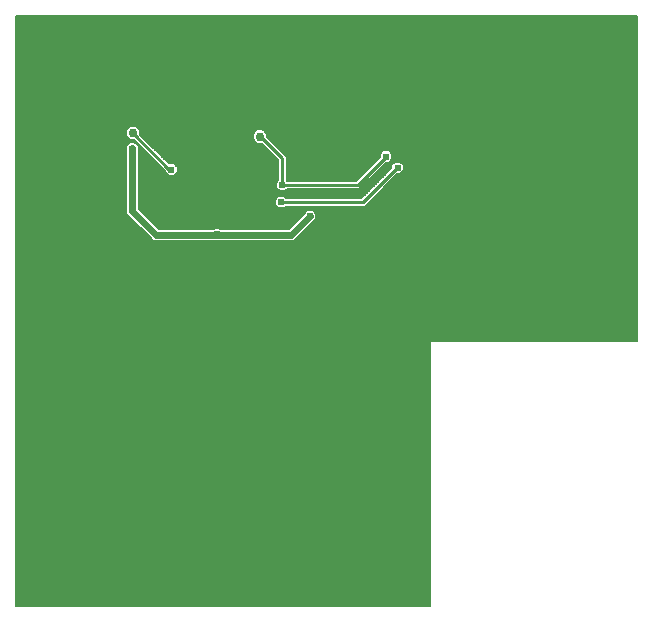
<source format=gbl>
G75*
%MOIN*%
%OFA0B0*%
%FSLAX25Y25*%
%IPPOS*%
%LPD*%
%AMOC8*
5,1,8,0,0,1.08239X$1,22.5*
%
%ADD10C,0.00600*%
%ADD11C,0.02978*%
%ADD12C,0.02387*%
%ADD13C,0.02400*%
%ADD14C,0.01000*%
%ADD15C,0.00800*%
D10*
X0001300Y0001300D02*
X0001300Y0198150D01*
X0207993Y0198150D01*
X0207993Y0089883D01*
X0139095Y0089883D01*
X0139095Y0001300D01*
X0001300Y0001300D01*
X0001300Y0001475D02*
X0139095Y0001475D01*
X0139095Y0002074D02*
X0001300Y0002074D01*
X0001300Y0002672D02*
X0139095Y0002672D01*
X0139095Y0003271D02*
X0001300Y0003271D01*
X0001300Y0003869D02*
X0139095Y0003869D01*
X0139095Y0004468D02*
X0001300Y0004468D01*
X0001300Y0005066D02*
X0139095Y0005066D01*
X0139095Y0005665D02*
X0001300Y0005665D01*
X0001300Y0006263D02*
X0139095Y0006263D01*
X0139095Y0006862D02*
X0001300Y0006862D01*
X0001300Y0007460D02*
X0139095Y0007460D01*
X0139095Y0008059D02*
X0001300Y0008059D01*
X0001300Y0008657D02*
X0139095Y0008657D01*
X0139095Y0009256D02*
X0001300Y0009256D01*
X0001300Y0009854D02*
X0139095Y0009854D01*
X0139095Y0010453D02*
X0001300Y0010453D01*
X0001300Y0011051D02*
X0139095Y0011051D01*
X0139095Y0011650D02*
X0001300Y0011650D01*
X0001300Y0012248D02*
X0139095Y0012248D01*
X0139095Y0012847D02*
X0001300Y0012847D01*
X0001300Y0013445D02*
X0139095Y0013445D01*
X0139095Y0014044D02*
X0001300Y0014044D01*
X0001300Y0014642D02*
X0139095Y0014642D01*
X0139095Y0015241D02*
X0001300Y0015241D01*
X0001300Y0015839D02*
X0139095Y0015839D01*
X0139095Y0016438D02*
X0001300Y0016438D01*
X0001300Y0017036D02*
X0139095Y0017036D01*
X0139095Y0017635D02*
X0001300Y0017635D01*
X0001300Y0018233D02*
X0139095Y0018233D01*
X0139095Y0018832D02*
X0001300Y0018832D01*
X0001300Y0019430D02*
X0139095Y0019430D01*
X0139095Y0020029D02*
X0001300Y0020029D01*
X0001300Y0020627D02*
X0139095Y0020627D01*
X0139095Y0021226D02*
X0001300Y0021226D01*
X0001300Y0021824D02*
X0139095Y0021824D01*
X0139095Y0022423D02*
X0001300Y0022423D01*
X0001300Y0023021D02*
X0139095Y0023021D01*
X0139095Y0023620D02*
X0001300Y0023620D01*
X0001300Y0024218D02*
X0139095Y0024218D01*
X0139095Y0024817D02*
X0001300Y0024817D01*
X0001300Y0025415D02*
X0139095Y0025415D01*
X0139095Y0026014D02*
X0001300Y0026014D01*
X0001300Y0026612D02*
X0139095Y0026612D01*
X0139095Y0027211D02*
X0001300Y0027211D01*
X0001300Y0027810D02*
X0139095Y0027810D01*
X0139095Y0028408D02*
X0001300Y0028408D01*
X0001300Y0029007D02*
X0139095Y0029007D01*
X0139095Y0029605D02*
X0001300Y0029605D01*
X0001300Y0030204D02*
X0139095Y0030204D01*
X0139095Y0030802D02*
X0001300Y0030802D01*
X0001300Y0031401D02*
X0139095Y0031401D01*
X0139095Y0031999D02*
X0001300Y0031999D01*
X0001300Y0032598D02*
X0139095Y0032598D01*
X0139095Y0033196D02*
X0001300Y0033196D01*
X0001300Y0033795D02*
X0139095Y0033795D01*
X0139095Y0034393D02*
X0001300Y0034393D01*
X0001300Y0034992D02*
X0139095Y0034992D01*
X0139095Y0035590D02*
X0001300Y0035590D01*
X0001300Y0036189D02*
X0139095Y0036189D01*
X0139095Y0036787D02*
X0001300Y0036787D01*
X0001300Y0037386D02*
X0139095Y0037386D01*
X0139095Y0037984D02*
X0001300Y0037984D01*
X0001300Y0038583D02*
X0139095Y0038583D01*
X0139095Y0039181D02*
X0001300Y0039181D01*
X0001300Y0039780D02*
X0139095Y0039780D01*
X0139095Y0040378D02*
X0001300Y0040378D01*
X0001300Y0040977D02*
X0139095Y0040977D01*
X0139095Y0041575D02*
X0001300Y0041575D01*
X0001300Y0042174D02*
X0139095Y0042174D01*
X0139095Y0042772D02*
X0001300Y0042772D01*
X0001300Y0043371D02*
X0139095Y0043371D01*
X0139095Y0043969D02*
X0001300Y0043969D01*
X0001300Y0044568D02*
X0139095Y0044568D01*
X0139095Y0045166D02*
X0001300Y0045166D01*
X0001300Y0045765D02*
X0139095Y0045765D01*
X0139095Y0046363D02*
X0001300Y0046363D01*
X0001300Y0046962D02*
X0139095Y0046962D01*
X0139095Y0047560D02*
X0001300Y0047560D01*
X0001300Y0048159D02*
X0139095Y0048159D01*
X0139095Y0048757D02*
X0001300Y0048757D01*
X0001300Y0049356D02*
X0139095Y0049356D01*
X0139095Y0049954D02*
X0001300Y0049954D01*
X0001300Y0050553D02*
X0139095Y0050553D01*
X0139095Y0051151D02*
X0001300Y0051151D01*
X0001300Y0051750D02*
X0139095Y0051750D01*
X0139095Y0052348D02*
X0001300Y0052348D01*
X0001300Y0052947D02*
X0139095Y0052947D01*
X0139095Y0053545D02*
X0001300Y0053545D01*
X0001300Y0054144D02*
X0139095Y0054144D01*
X0139095Y0054743D02*
X0001300Y0054743D01*
X0001300Y0055341D02*
X0139095Y0055341D01*
X0139095Y0055940D02*
X0001300Y0055940D01*
X0001300Y0056538D02*
X0139095Y0056538D01*
X0139095Y0057137D02*
X0001300Y0057137D01*
X0001300Y0057735D02*
X0139095Y0057735D01*
X0139095Y0058334D02*
X0001300Y0058334D01*
X0001300Y0058932D02*
X0139095Y0058932D01*
X0139095Y0059531D02*
X0001300Y0059531D01*
X0001300Y0060129D02*
X0139095Y0060129D01*
X0139095Y0060728D02*
X0001300Y0060728D01*
X0001300Y0061326D02*
X0139095Y0061326D01*
X0139095Y0061925D02*
X0001300Y0061925D01*
X0001300Y0062523D02*
X0139095Y0062523D01*
X0139095Y0063122D02*
X0001300Y0063122D01*
X0001300Y0063720D02*
X0139095Y0063720D01*
X0139095Y0064319D02*
X0001300Y0064319D01*
X0001300Y0064917D02*
X0139095Y0064917D01*
X0139095Y0065516D02*
X0001300Y0065516D01*
X0001300Y0066114D02*
X0139095Y0066114D01*
X0139095Y0066713D02*
X0001300Y0066713D01*
X0001300Y0067311D02*
X0139095Y0067311D01*
X0139095Y0067910D02*
X0001300Y0067910D01*
X0001300Y0068508D02*
X0139095Y0068508D01*
X0139095Y0069107D02*
X0001300Y0069107D01*
X0001300Y0069705D02*
X0139095Y0069705D01*
X0139095Y0070304D02*
X0001300Y0070304D01*
X0001300Y0070902D02*
X0139095Y0070902D01*
X0139095Y0071501D02*
X0001300Y0071501D01*
X0001300Y0072099D02*
X0139095Y0072099D01*
X0139095Y0072698D02*
X0001300Y0072698D01*
X0001300Y0073296D02*
X0139095Y0073296D01*
X0139095Y0073895D02*
X0001300Y0073895D01*
X0001300Y0074493D02*
X0139095Y0074493D01*
X0139095Y0075092D02*
X0001300Y0075092D01*
X0001300Y0075690D02*
X0139095Y0075690D01*
X0139095Y0076289D02*
X0001300Y0076289D01*
X0001300Y0076887D02*
X0139095Y0076887D01*
X0139095Y0077486D02*
X0001300Y0077486D01*
X0001300Y0078084D02*
X0139095Y0078084D01*
X0139095Y0078683D02*
X0001300Y0078683D01*
X0001300Y0079281D02*
X0139095Y0079281D01*
X0139095Y0079880D02*
X0001300Y0079880D01*
X0001300Y0080479D02*
X0139095Y0080479D01*
X0139095Y0081077D02*
X0001300Y0081077D01*
X0001300Y0081676D02*
X0139095Y0081676D01*
X0139095Y0082274D02*
X0001300Y0082274D01*
X0001300Y0082873D02*
X0139095Y0082873D01*
X0139095Y0083471D02*
X0001300Y0083471D01*
X0001300Y0084070D02*
X0139095Y0084070D01*
X0139095Y0084668D02*
X0001300Y0084668D01*
X0001300Y0085267D02*
X0139095Y0085267D01*
X0139095Y0085865D02*
X0001300Y0085865D01*
X0001300Y0086464D02*
X0139095Y0086464D01*
X0139095Y0087062D02*
X0001300Y0087062D01*
X0001300Y0087661D02*
X0139095Y0087661D01*
X0139095Y0088259D02*
X0001300Y0088259D01*
X0001300Y0088858D02*
X0139095Y0088858D01*
X0139095Y0089456D02*
X0001300Y0089456D01*
X0001300Y0090055D02*
X0207993Y0090055D01*
X0207993Y0090653D02*
X0001300Y0090653D01*
X0001300Y0091252D02*
X0207993Y0091252D01*
X0207993Y0091850D02*
X0001300Y0091850D01*
X0001300Y0092449D02*
X0207993Y0092449D01*
X0207993Y0093047D02*
X0001300Y0093047D01*
X0001300Y0093646D02*
X0207993Y0093646D01*
X0207993Y0094244D02*
X0001300Y0094244D01*
X0001300Y0094843D02*
X0207993Y0094843D01*
X0207993Y0095441D02*
X0001300Y0095441D01*
X0001300Y0096040D02*
X0207993Y0096040D01*
X0207993Y0096638D02*
X0001300Y0096638D01*
X0001300Y0097237D02*
X0207993Y0097237D01*
X0207993Y0097835D02*
X0001300Y0097835D01*
X0001300Y0098434D02*
X0207993Y0098434D01*
X0207993Y0099032D02*
X0001300Y0099032D01*
X0001300Y0099631D02*
X0207993Y0099631D01*
X0207993Y0100229D02*
X0001300Y0100229D01*
X0001300Y0100828D02*
X0207993Y0100828D01*
X0207993Y0101426D02*
X0001300Y0101426D01*
X0001300Y0102025D02*
X0207993Y0102025D01*
X0207993Y0102623D02*
X0001300Y0102623D01*
X0001300Y0103222D02*
X0207993Y0103222D01*
X0207993Y0103820D02*
X0001300Y0103820D01*
X0001300Y0104419D02*
X0207993Y0104419D01*
X0207993Y0105017D02*
X0001300Y0105017D01*
X0001300Y0105616D02*
X0207993Y0105616D01*
X0207993Y0106214D02*
X0001300Y0106214D01*
X0001300Y0106813D02*
X0207993Y0106813D01*
X0207993Y0107412D02*
X0001300Y0107412D01*
X0001300Y0108010D02*
X0207993Y0108010D01*
X0207993Y0108609D02*
X0001300Y0108609D01*
X0001300Y0109207D02*
X0207993Y0109207D01*
X0207993Y0109806D02*
X0001300Y0109806D01*
X0001300Y0110404D02*
X0207993Y0110404D01*
X0207993Y0111003D02*
X0001300Y0111003D01*
X0001300Y0111601D02*
X0207993Y0111601D01*
X0207993Y0112200D02*
X0001300Y0112200D01*
X0001300Y0112798D02*
X0207993Y0112798D01*
X0207993Y0113397D02*
X0001300Y0113397D01*
X0001300Y0113995D02*
X0207993Y0113995D01*
X0207993Y0114594D02*
X0001300Y0114594D01*
X0001300Y0115192D02*
X0207993Y0115192D01*
X0207993Y0115791D02*
X0001300Y0115791D01*
X0001300Y0116389D02*
X0207993Y0116389D01*
X0207993Y0116988D02*
X0001300Y0116988D01*
X0001300Y0117586D02*
X0207993Y0117586D01*
X0207993Y0118185D02*
X0001300Y0118185D01*
X0001300Y0118783D02*
X0207993Y0118783D01*
X0207993Y0119382D02*
X0001300Y0119382D01*
X0001300Y0119980D02*
X0207993Y0119980D01*
X0207993Y0120579D02*
X0001300Y0120579D01*
X0001300Y0121177D02*
X0207993Y0121177D01*
X0207993Y0121776D02*
X0001300Y0121776D01*
X0001300Y0122374D02*
X0207993Y0122374D01*
X0207993Y0122973D02*
X0001300Y0122973D01*
X0001300Y0123571D02*
X0046396Y0123571D01*
X0046946Y0123021D02*
X0093826Y0123021D01*
X0101289Y0130484D01*
X0101289Y0132224D01*
X0100059Y0133454D01*
X0098320Y0133454D01*
X0098266Y0133400D01*
X0098215Y0133400D01*
X0096989Y0132174D01*
X0096989Y0132123D01*
X0092086Y0127221D01*
X0069212Y0127221D01*
X0069061Y0127371D01*
X0067327Y0127371D01*
X0067176Y0127221D01*
X0048686Y0127221D01*
X0042023Y0133884D01*
X0042023Y0154801D01*
X0040793Y0156031D01*
X0039053Y0156031D01*
X0037823Y0154801D01*
X0037823Y0154640D01*
X0037787Y0154604D01*
X0037787Y0152870D01*
X0037823Y0152834D01*
X0037823Y0132144D01*
X0045716Y0124251D01*
X0046946Y0123021D01*
X0045797Y0124170D02*
X0001300Y0124170D01*
X0001300Y0124768D02*
X0045199Y0124768D01*
X0044600Y0125367D02*
X0001300Y0125367D01*
X0001300Y0125965D02*
X0044002Y0125965D01*
X0043403Y0126564D02*
X0001300Y0126564D01*
X0001300Y0127162D02*
X0042805Y0127162D01*
X0042206Y0127761D02*
X0001300Y0127761D01*
X0001300Y0128359D02*
X0041607Y0128359D01*
X0041009Y0128958D02*
X0001300Y0128958D01*
X0001300Y0129556D02*
X0040410Y0129556D01*
X0039812Y0130155D02*
X0001300Y0130155D01*
X0001300Y0130753D02*
X0039213Y0130753D01*
X0038615Y0131352D02*
X0001300Y0131352D01*
X0001300Y0131950D02*
X0038016Y0131950D01*
X0037823Y0132549D02*
X0001300Y0132549D01*
X0001300Y0133148D02*
X0037823Y0133148D01*
X0037823Y0133746D02*
X0001300Y0133746D01*
X0001300Y0134345D02*
X0037823Y0134345D01*
X0037823Y0134943D02*
X0001300Y0134943D01*
X0001300Y0135542D02*
X0037823Y0135542D01*
X0037823Y0136140D02*
X0001300Y0136140D01*
X0001300Y0136739D02*
X0037823Y0136739D01*
X0037823Y0137337D02*
X0001300Y0137337D01*
X0001300Y0137936D02*
X0037823Y0137936D01*
X0037823Y0138534D02*
X0001300Y0138534D01*
X0001300Y0139133D02*
X0037823Y0139133D01*
X0037823Y0139731D02*
X0001300Y0139731D01*
X0001300Y0140330D02*
X0037823Y0140330D01*
X0037823Y0140928D02*
X0001300Y0140928D01*
X0001300Y0141527D02*
X0037823Y0141527D01*
X0037823Y0142125D02*
X0001300Y0142125D01*
X0001300Y0142724D02*
X0037823Y0142724D01*
X0037823Y0143322D02*
X0001300Y0143322D01*
X0001300Y0143921D02*
X0037823Y0143921D01*
X0037823Y0144519D02*
X0001300Y0144519D01*
X0001300Y0145118D02*
X0037823Y0145118D01*
X0037823Y0145716D02*
X0001300Y0145716D01*
X0001300Y0146315D02*
X0037823Y0146315D01*
X0037823Y0146913D02*
X0001300Y0146913D01*
X0001300Y0147512D02*
X0037823Y0147512D01*
X0037823Y0148110D02*
X0001300Y0148110D01*
X0001300Y0148709D02*
X0037823Y0148709D01*
X0037823Y0149307D02*
X0001300Y0149307D01*
X0001300Y0149906D02*
X0037823Y0149906D01*
X0037823Y0150504D02*
X0001300Y0150504D01*
X0001300Y0151103D02*
X0037823Y0151103D01*
X0037823Y0151701D02*
X0001300Y0151701D01*
X0001300Y0152300D02*
X0037823Y0152300D01*
X0037787Y0152898D02*
X0001300Y0152898D01*
X0001300Y0153497D02*
X0037787Y0153497D01*
X0037787Y0154095D02*
X0001300Y0154095D01*
X0001300Y0154694D02*
X0037823Y0154694D01*
X0038314Y0155292D02*
X0001300Y0155292D01*
X0001300Y0155891D02*
X0038913Y0155891D01*
X0039127Y0156659D02*
X0040402Y0156659D01*
X0050827Y0146234D01*
X0050827Y0145953D01*
X0052053Y0144727D01*
X0053788Y0144727D01*
X0055014Y0145953D01*
X0055014Y0147688D01*
X0053788Y0148914D01*
X0052107Y0148914D01*
X0042506Y0158515D01*
X0042506Y0160037D01*
X0041106Y0161437D01*
X0039127Y0161437D01*
X0037728Y0160037D01*
X0037728Y0158058D01*
X0039127Y0156659D01*
X0038698Y0157088D02*
X0001300Y0157088D01*
X0001300Y0157686D02*
X0038099Y0157686D01*
X0037728Y0158285D02*
X0001300Y0158285D01*
X0001300Y0158883D02*
X0037728Y0158883D01*
X0037728Y0159482D02*
X0001300Y0159482D01*
X0001300Y0160081D02*
X0037771Y0160081D01*
X0038370Y0160679D02*
X0001300Y0160679D01*
X0001300Y0161278D02*
X0038968Y0161278D01*
X0041265Y0161278D02*
X0207993Y0161278D01*
X0207993Y0161876D02*
X0001300Y0161876D01*
X0001300Y0162475D02*
X0207993Y0162475D01*
X0207993Y0163073D02*
X0001300Y0163073D01*
X0001300Y0163672D02*
X0207993Y0163672D01*
X0207993Y0164270D02*
X0001300Y0164270D01*
X0001300Y0164869D02*
X0207993Y0164869D01*
X0207993Y0165467D02*
X0001300Y0165467D01*
X0001300Y0166066D02*
X0207993Y0166066D01*
X0207993Y0166664D02*
X0001300Y0166664D01*
X0001300Y0167263D02*
X0207993Y0167263D01*
X0207993Y0167861D02*
X0001300Y0167861D01*
X0001300Y0168460D02*
X0207993Y0168460D01*
X0207993Y0169058D02*
X0001300Y0169058D01*
X0001300Y0169657D02*
X0207993Y0169657D01*
X0207993Y0170255D02*
X0001300Y0170255D01*
X0001300Y0170854D02*
X0207993Y0170854D01*
X0207993Y0171452D02*
X0001300Y0171452D01*
X0001300Y0172051D02*
X0207993Y0172051D01*
X0207993Y0172649D02*
X0001300Y0172649D01*
X0001300Y0173248D02*
X0207993Y0173248D01*
X0207993Y0173846D02*
X0001300Y0173846D01*
X0001300Y0174445D02*
X0207993Y0174445D01*
X0207993Y0175043D02*
X0001300Y0175043D01*
X0001300Y0175642D02*
X0207993Y0175642D01*
X0207993Y0176240D02*
X0001300Y0176240D01*
X0001300Y0176839D02*
X0207993Y0176839D01*
X0207993Y0177437D02*
X0001300Y0177437D01*
X0001300Y0178036D02*
X0207993Y0178036D01*
X0207993Y0178634D02*
X0001300Y0178634D01*
X0001300Y0179233D02*
X0207993Y0179233D01*
X0207993Y0179831D02*
X0001300Y0179831D01*
X0001300Y0180430D02*
X0207993Y0180430D01*
X0207993Y0181028D02*
X0001300Y0181028D01*
X0001300Y0181627D02*
X0207993Y0181627D01*
X0207993Y0182225D02*
X0001300Y0182225D01*
X0001300Y0182824D02*
X0207993Y0182824D01*
X0207993Y0183422D02*
X0001300Y0183422D01*
X0001300Y0184021D02*
X0207993Y0184021D01*
X0207993Y0184619D02*
X0001300Y0184619D01*
X0001300Y0185218D02*
X0207993Y0185218D01*
X0207993Y0185816D02*
X0001300Y0185816D01*
X0001300Y0186415D02*
X0207993Y0186415D01*
X0207993Y0187014D02*
X0001300Y0187014D01*
X0001300Y0187612D02*
X0207993Y0187612D01*
X0207993Y0188211D02*
X0001300Y0188211D01*
X0001300Y0188809D02*
X0207993Y0188809D01*
X0207993Y0189408D02*
X0001300Y0189408D01*
X0001300Y0190006D02*
X0207993Y0190006D01*
X0207993Y0190605D02*
X0001300Y0190605D01*
X0001300Y0191203D02*
X0207993Y0191203D01*
X0207993Y0191802D02*
X0001300Y0191802D01*
X0001300Y0192400D02*
X0207993Y0192400D01*
X0207993Y0192999D02*
X0001300Y0192999D01*
X0001300Y0193597D02*
X0207993Y0193597D01*
X0207993Y0194196D02*
X0001300Y0194196D01*
X0001300Y0194794D02*
X0207993Y0194794D01*
X0207993Y0195393D02*
X0001300Y0195393D01*
X0001300Y0195991D02*
X0207993Y0195991D01*
X0207993Y0196590D02*
X0001300Y0196590D01*
X0001300Y0197188D02*
X0207993Y0197188D01*
X0207993Y0197787D02*
X0001300Y0197787D01*
X0010192Y0184795D02*
X0010596Y0184795D01*
X0010591Y0184776D02*
X0182624Y0184834D01*
X0182619Y0184836D02*
X0197522Y0184979D01*
X0197523Y0184978D02*
X0197658Y0184976D01*
X0197792Y0184970D01*
X0197927Y0184960D01*
X0198061Y0184947D01*
X0198194Y0184929D01*
X0198328Y0184908D01*
X0198460Y0184882D01*
X0198591Y0184853D01*
X0198722Y0184820D01*
X0198852Y0184783D01*
X0198980Y0184743D01*
X0199108Y0184699D01*
X0199234Y0184651D01*
X0199358Y0184599D01*
X0199481Y0184544D01*
X0199602Y0184485D01*
X0199722Y0184423D01*
X0199840Y0184357D01*
X0199955Y0184288D01*
X0200069Y0184216D01*
X0200180Y0184140D01*
X0200290Y0184061D01*
X0200397Y0183979D01*
X0200501Y0183894D01*
X0200603Y0183806D01*
X0200702Y0183715D01*
X0200799Y0183621D01*
X0200893Y0183524D01*
X0200984Y0183425D01*
X0201072Y0183323D01*
X0201157Y0183219D01*
X0201239Y0183112D01*
X0201318Y0183002D01*
X0201394Y0182891D01*
X0201466Y0182777D01*
X0201535Y0182662D01*
X0201601Y0182544D01*
X0201663Y0182424D01*
X0201722Y0182303D01*
X0201777Y0182180D01*
X0201829Y0182056D01*
X0201877Y0181930D01*
X0201921Y0181802D01*
X0201961Y0181674D01*
X0201998Y0181544D01*
X0202031Y0181413D01*
X0202060Y0181282D01*
X0202086Y0181150D01*
X0202107Y0181016D01*
X0202125Y0180883D01*
X0202138Y0180749D01*
X0202148Y0180614D01*
X0202154Y0180480D01*
X0202156Y0180345D01*
X0202112Y0180400D02*
X0202151Y0105538D01*
X0202155Y0105655D02*
X0202153Y0105520D01*
X0202147Y0105386D01*
X0202137Y0105251D01*
X0202124Y0105117D01*
X0202106Y0104984D01*
X0202085Y0104850D01*
X0202059Y0104718D01*
X0202030Y0104587D01*
X0201997Y0104456D01*
X0201960Y0104326D01*
X0201920Y0104198D01*
X0201876Y0104070D01*
X0201828Y0103944D01*
X0201776Y0103820D01*
X0201721Y0103697D01*
X0201662Y0103576D01*
X0201600Y0103456D01*
X0201534Y0103338D01*
X0201465Y0103223D01*
X0201393Y0103109D01*
X0201317Y0102998D01*
X0201238Y0102888D01*
X0201156Y0102781D01*
X0201071Y0102677D01*
X0200983Y0102575D01*
X0200892Y0102476D01*
X0200798Y0102379D01*
X0200701Y0102285D01*
X0200602Y0102194D01*
X0200500Y0102106D01*
X0200396Y0102021D01*
X0200289Y0101939D01*
X0200179Y0101860D01*
X0200068Y0101784D01*
X0199954Y0101712D01*
X0199838Y0101643D01*
X0199721Y0101577D01*
X0199601Y0101515D01*
X0199480Y0101456D01*
X0199357Y0101401D01*
X0199233Y0101349D01*
X0199107Y0101301D01*
X0198979Y0101257D01*
X0198851Y0101217D01*
X0198721Y0101180D01*
X0198590Y0101147D01*
X0198459Y0101118D01*
X0198327Y0101092D01*
X0198193Y0101071D01*
X0198060Y0101053D01*
X0197926Y0101040D01*
X0197791Y0101030D01*
X0197657Y0101024D01*
X0197522Y0101022D01*
X0197588Y0101037D02*
X0137537Y0100924D01*
X0137565Y0100919D02*
X0137430Y0100917D01*
X0137296Y0100911D01*
X0137161Y0100901D01*
X0137027Y0100888D01*
X0136894Y0100870D01*
X0136760Y0100849D01*
X0136628Y0100823D01*
X0136497Y0100794D01*
X0136366Y0100761D01*
X0136236Y0100724D01*
X0136108Y0100684D01*
X0135980Y0100640D01*
X0135854Y0100592D01*
X0135730Y0100540D01*
X0135607Y0100485D01*
X0135486Y0100426D01*
X0135366Y0100364D01*
X0135249Y0100298D01*
X0135133Y0100229D01*
X0135019Y0100157D01*
X0134908Y0100081D01*
X0134798Y0100002D01*
X0134691Y0099920D01*
X0134587Y0099835D01*
X0134485Y0099747D01*
X0134386Y0099656D01*
X0134289Y0099562D01*
X0134195Y0099465D01*
X0134104Y0099366D01*
X0134016Y0099264D01*
X0133931Y0099160D01*
X0133849Y0099053D01*
X0133770Y0098943D01*
X0133694Y0098832D01*
X0133622Y0098718D01*
X0133553Y0098603D01*
X0133487Y0098485D01*
X0133425Y0098365D01*
X0133366Y0098244D01*
X0133311Y0098121D01*
X0133259Y0097997D01*
X0133211Y0097871D01*
X0133167Y0097743D01*
X0133127Y0097615D01*
X0133090Y0097485D01*
X0133057Y0097354D01*
X0133028Y0097223D01*
X0133002Y0097091D01*
X0132981Y0096957D01*
X0132963Y0096824D01*
X0132950Y0096690D01*
X0132940Y0096555D01*
X0132934Y0096421D01*
X0132932Y0096286D01*
X0132929Y0096228D02*
X0132929Y0012656D01*
X0132932Y0012753D02*
X0132930Y0012618D01*
X0132924Y0012484D01*
X0132914Y0012349D01*
X0132901Y0012215D01*
X0132883Y0012082D01*
X0132862Y0011948D01*
X0132836Y0011816D01*
X0132807Y0011685D01*
X0132774Y0011554D01*
X0132737Y0011424D01*
X0132697Y0011296D01*
X0132653Y0011168D01*
X0132605Y0011042D01*
X0132553Y0010918D01*
X0132498Y0010795D01*
X0132439Y0010674D01*
X0132377Y0010554D01*
X0132311Y0010436D01*
X0132242Y0010321D01*
X0132170Y0010207D01*
X0132094Y0010096D01*
X0132015Y0009986D01*
X0131933Y0009879D01*
X0131848Y0009775D01*
X0131760Y0009673D01*
X0131669Y0009574D01*
X0131575Y0009477D01*
X0131478Y0009383D01*
X0131379Y0009292D01*
X0131277Y0009204D01*
X0131173Y0009119D01*
X0131066Y0009037D01*
X0130956Y0008958D01*
X0130845Y0008882D01*
X0130731Y0008810D01*
X0130615Y0008741D01*
X0130498Y0008675D01*
X0130378Y0008613D01*
X0130257Y0008554D01*
X0130134Y0008499D01*
X0130010Y0008447D01*
X0129884Y0008399D01*
X0129756Y0008355D01*
X0129628Y0008315D01*
X0129498Y0008278D01*
X0129367Y0008245D01*
X0129236Y0008216D01*
X0129104Y0008190D01*
X0128970Y0008169D01*
X0128837Y0008151D01*
X0128703Y0008138D01*
X0128568Y0008128D01*
X0128434Y0008122D01*
X0128299Y0008120D01*
X0128330Y0008113D02*
X0010011Y0007670D01*
X0010093Y0007684D02*
X0009958Y0007686D01*
X0009824Y0007692D01*
X0009689Y0007702D01*
X0009555Y0007715D01*
X0009422Y0007733D01*
X0009288Y0007754D01*
X0009156Y0007780D01*
X0009025Y0007809D01*
X0008894Y0007842D01*
X0008764Y0007879D01*
X0008636Y0007919D01*
X0008508Y0007963D01*
X0008382Y0008011D01*
X0008258Y0008063D01*
X0008135Y0008118D01*
X0008014Y0008177D01*
X0007894Y0008239D01*
X0007777Y0008305D01*
X0007661Y0008374D01*
X0007547Y0008446D01*
X0007436Y0008522D01*
X0007326Y0008601D01*
X0007219Y0008683D01*
X0007115Y0008768D01*
X0007013Y0008856D01*
X0006914Y0008947D01*
X0006817Y0009041D01*
X0006723Y0009138D01*
X0006632Y0009237D01*
X0006544Y0009339D01*
X0006459Y0009443D01*
X0006377Y0009550D01*
X0006298Y0009660D01*
X0006222Y0009771D01*
X0006150Y0009885D01*
X0006081Y0010000D01*
X0006015Y0010118D01*
X0005953Y0010238D01*
X0005894Y0010359D01*
X0005839Y0010482D01*
X0005787Y0010606D01*
X0005739Y0010732D01*
X0005695Y0010860D01*
X0005655Y0010988D01*
X0005618Y0011118D01*
X0005585Y0011249D01*
X0005556Y0011380D01*
X0005530Y0011512D01*
X0005509Y0011646D01*
X0005491Y0011779D01*
X0005478Y0011913D01*
X0005468Y0012048D01*
X0005462Y0012182D01*
X0005460Y0012317D01*
X0005459Y0012177D02*
X0005580Y0180197D01*
X0005559Y0180162D02*
X0005561Y0180297D01*
X0005567Y0180431D01*
X0005577Y0180566D01*
X0005590Y0180700D01*
X0005608Y0180833D01*
X0005629Y0180967D01*
X0005655Y0181099D01*
X0005684Y0181230D01*
X0005717Y0181361D01*
X0005754Y0181491D01*
X0005794Y0181619D01*
X0005838Y0181747D01*
X0005886Y0181873D01*
X0005938Y0181997D01*
X0005993Y0182120D01*
X0006052Y0182241D01*
X0006114Y0182361D01*
X0006180Y0182479D01*
X0006249Y0182594D01*
X0006321Y0182708D01*
X0006397Y0182819D01*
X0006476Y0182929D01*
X0006558Y0183036D01*
X0006643Y0183140D01*
X0006731Y0183242D01*
X0006822Y0183341D01*
X0006916Y0183438D01*
X0007013Y0183532D01*
X0007112Y0183623D01*
X0007214Y0183711D01*
X0007318Y0183796D01*
X0007425Y0183878D01*
X0007535Y0183957D01*
X0007646Y0184033D01*
X0007760Y0184105D01*
X0007876Y0184174D01*
X0007993Y0184240D01*
X0008113Y0184302D01*
X0008234Y0184361D01*
X0008357Y0184416D01*
X0008481Y0184468D01*
X0008607Y0184516D01*
X0008735Y0184560D01*
X0008863Y0184600D01*
X0008993Y0184637D01*
X0009124Y0184670D01*
X0009255Y0184699D01*
X0009387Y0184725D01*
X0009521Y0184746D01*
X0009654Y0184764D01*
X0009788Y0184777D01*
X0009923Y0184787D01*
X0010057Y0184793D01*
X0010192Y0184795D01*
X0041864Y0160679D02*
X0207993Y0160679D01*
X0207993Y0160081D02*
X0083611Y0160081D01*
X0083409Y0160282D02*
X0081430Y0160282D01*
X0080031Y0158883D01*
X0080031Y0156904D01*
X0081430Y0155504D01*
X0083076Y0155504D01*
X0088573Y0150007D01*
X0088573Y0143275D01*
X0087878Y0142580D01*
X0087878Y0140846D01*
X0089105Y0139619D01*
X0090839Y0139619D01*
X0091505Y0140286D01*
X0115619Y0140286D01*
X0124455Y0149121D01*
X0125339Y0149121D01*
X0126566Y0150348D01*
X0126566Y0152082D01*
X0125339Y0153309D01*
X0123605Y0153309D01*
X0122378Y0152082D01*
X0122378Y0151005D01*
X0114460Y0143086D01*
X0091560Y0143086D01*
X0091373Y0143273D01*
X0091373Y0151167D01*
X0090553Y0151987D01*
X0084809Y0157731D01*
X0084809Y0158883D01*
X0083409Y0160282D01*
X0084209Y0159482D02*
X0207993Y0159482D01*
X0207993Y0158883D02*
X0084808Y0158883D01*
X0084809Y0158285D02*
X0207993Y0158285D01*
X0207993Y0157686D02*
X0084853Y0157686D01*
X0085452Y0157088D02*
X0207993Y0157088D01*
X0207993Y0156489D02*
X0086050Y0156489D01*
X0086649Y0155891D02*
X0207993Y0155891D01*
X0207993Y0155292D02*
X0087247Y0155292D01*
X0087846Y0154694D02*
X0207993Y0154694D01*
X0207993Y0154095D02*
X0088444Y0154095D01*
X0089043Y0153497D02*
X0207993Y0153497D01*
X0207993Y0152898D02*
X0125750Y0152898D01*
X0126348Y0152300D02*
X0207993Y0152300D01*
X0207993Y0151701D02*
X0126566Y0151701D01*
X0126566Y0151103D02*
X0207993Y0151103D01*
X0207993Y0150504D02*
X0126566Y0150504D01*
X0126124Y0149906D02*
X0207993Y0149906D01*
X0207993Y0149307D02*
X0129434Y0149307D01*
X0129184Y0149558D02*
X0130410Y0148331D01*
X0130410Y0146597D01*
X0129184Y0145371D01*
X0128258Y0145371D01*
X0117426Y0134538D01*
X0091013Y0134538D01*
X0090382Y0133908D01*
X0088648Y0133908D01*
X0087421Y0135134D01*
X0087421Y0136869D01*
X0088648Y0138095D01*
X0090382Y0138095D01*
X0091139Y0137338D01*
X0116266Y0137338D01*
X0126223Y0147295D01*
X0126223Y0148331D01*
X0127449Y0149558D01*
X0129184Y0149558D01*
X0130033Y0148709D02*
X0207993Y0148709D01*
X0207993Y0148110D02*
X0130410Y0148110D01*
X0130410Y0147512D02*
X0207993Y0147512D01*
X0207993Y0146913D02*
X0130410Y0146913D01*
X0130128Y0146315D02*
X0207993Y0146315D01*
X0207993Y0145716D02*
X0129529Y0145716D01*
X0128006Y0145118D02*
X0207993Y0145118D01*
X0207993Y0144519D02*
X0127407Y0144519D01*
X0126809Y0143921D02*
X0207993Y0143921D01*
X0207993Y0143322D02*
X0126210Y0143322D01*
X0125612Y0142724D02*
X0207993Y0142724D01*
X0207993Y0142125D02*
X0125013Y0142125D01*
X0124415Y0141527D02*
X0207993Y0141527D01*
X0207993Y0140928D02*
X0123816Y0140928D01*
X0123218Y0140330D02*
X0207993Y0140330D01*
X0207993Y0139731D02*
X0122619Y0139731D01*
X0122021Y0139133D02*
X0207993Y0139133D01*
X0207993Y0138534D02*
X0121422Y0138534D01*
X0120824Y0137936D02*
X0207993Y0137936D01*
X0207993Y0137337D02*
X0120225Y0137337D01*
X0119626Y0136739D02*
X0207993Y0136739D01*
X0207993Y0136140D02*
X0119028Y0136140D01*
X0118429Y0135542D02*
X0207993Y0135542D01*
X0207993Y0134943D02*
X0117831Y0134943D01*
X0116864Y0137936D02*
X0090542Y0137936D01*
X0090951Y0139731D02*
X0118659Y0139731D01*
X0118061Y0139133D02*
X0042023Y0139133D01*
X0042023Y0139731D02*
X0088993Y0139731D01*
X0088394Y0140330D02*
X0042023Y0140330D01*
X0042023Y0140928D02*
X0087878Y0140928D01*
X0087878Y0141527D02*
X0042023Y0141527D01*
X0042023Y0142125D02*
X0087878Y0142125D01*
X0088022Y0142724D02*
X0042023Y0142724D01*
X0042023Y0143322D02*
X0088573Y0143322D01*
X0088573Y0143921D02*
X0042023Y0143921D01*
X0042023Y0144519D02*
X0088573Y0144519D01*
X0088573Y0145118D02*
X0054179Y0145118D01*
X0054777Y0145716D02*
X0088573Y0145716D01*
X0088573Y0146315D02*
X0055014Y0146315D01*
X0055014Y0146913D02*
X0088573Y0146913D01*
X0088573Y0147512D02*
X0055014Y0147512D01*
X0054591Y0148110D02*
X0088573Y0148110D01*
X0088573Y0148709D02*
X0053993Y0148709D01*
X0051714Y0149307D02*
X0088573Y0149307D01*
X0088573Y0149906D02*
X0051115Y0149906D01*
X0050517Y0150504D02*
X0088076Y0150504D01*
X0087477Y0151103D02*
X0049918Y0151103D01*
X0049320Y0151701D02*
X0086879Y0151701D01*
X0086280Y0152300D02*
X0048721Y0152300D01*
X0048122Y0152898D02*
X0085682Y0152898D01*
X0085083Y0153497D02*
X0047524Y0153497D01*
X0046925Y0154095D02*
X0084485Y0154095D01*
X0083886Y0154694D02*
X0046327Y0154694D01*
X0045728Y0155292D02*
X0083288Y0155292D01*
X0081043Y0155891D02*
X0045130Y0155891D01*
X0044531Y0156489D02*
X0080445Y0156489D01*
X0080031Y0157088D02*
X0043933Y0157088D01*
X0043334Y0157686D02*
X0080031Y0157686D01*
X0080031Y0158285D02*
X0042736Y0158285D01*
X0042506Y0158883D02*
X0080031Y0158883D01*
X0080630Y0159482D02*
X0042506Y0159482D01*
X0042462Y0160081D02*
X0081229Y0160081D01*
X0089641Y0152898D02*
X0123195Y0152898D01*
X0122596Y0152300D02*
X0090240Y0152300D01*
X0090839Y0151701D02*
X0122378Y0151701D01*
X0122378Y0151103D02*
X0091373Y0151103D01*
X0091373Y0150504D02*
X0121878Y0150504D01*
X0121280Y0149906D02*
X0091373Y0149906D01*
X0091373Y0149307D02*
X0120681Y0149307D01*
X0120083Y0148709D02*
X0091373Y0148709D01*
X0091373Y0148110D02*
X0119484Y0148110D01*
X0118886Y0147512D02*
X0091373Y0147512D01*
X0091373Y0146913D02*
X0118287Y0146913D01*
X0117689Y0146315D02*
X0091373Y0146315D01*
X0091373Y0145716D02*
X0117090Y0145716D01*
X0116492Y0145118D02*
X0091373Y0145118D01*
X0091373Y0144519D02*
X0115893Y0144519D01*
X0115295Y0143921D02*
X0091373Y0143921D01*
X0091373Y0143322D02*
X0114696Y0143322D01*
X0116860Y0141527D02*
X0120455Y0141527D01*
X0121053Y0142125D02*
X0117459Y0142125D01*
X0118057Y0142724D02*
X0121652Y0142724D01*
X0122250Y0143322D02*
X0118656Y0143322D01*
X0119254Y0143921D02*
X0122849Y0143921D01*
X0123447Y0144519D02*
X0119853Y0144519D01*
X0120451Y0145118D02*
X0124046Y0145118D01*
X0124644Y0145716D02*
X0121050Y0145716D01*
X0121649Y0146315D02*
X0125243Y0146315D01*
X0125841Y0146913D02*
X0122247Y0146913D01*
X0122846Y0147512D02*
X0126223Y0147512D01*
X0126223Y0148110D02*
X0123444Y0148110D01*
X0124043Y0148709D02*
X0126600Y0148709D01*
X0127199Y0149307D02*
X0125526Y0149307D01*
X0119856Y0140928D02*
X0116262Y0140928D01*
X0115663Y0140330D02*
X0119258Y0140330D01*
X0117462Y0138534D02*
X0042023Y0138534D01*
X0042023Y0137936D02*
X0088488Y0137936D01*
X0087890Y0137337D02*
X0042023Y0137337D01*
X0042023Y0136739D02*
X0087421Y0136739D01*
X0087421Y0136140D02*
X0042023Y0136140D01*
X0042023Y0135542D02*
X0087421Y0135542D01*
X0087613Y0134943D02*
X0042023Y0134943D01*
X0042023Y0134345D02*
X0088211Y0134345D01*
X0090819Y0134345D02*
X0207993Y0134345D01*
X0207993Y0133746D02*
X0042161Y0133746D01*
X0042759Y0133148D02*
X0097962Y0133148D01*
X0097364Y0132549D02*
X0043358Y0132549D01*
X0043956Y0131950D02*
X0096816Y0131950D01*
X0096218Y0131352D02*
X0044555Y0131352D01*
X0045153Y0130753D02*
X0095619Y0130753D01*
X0095021Y0130155D02*
X0045752Y0130155D01*
X0046350Y0129556D02*
X0094422Y0129556D01*
X0093824Y0128958D02*
X0046949Y0128958D01*
X0047547Y0128359D02*
X0093225Y0128359D01*
X0092627Y0127761D02*
X0048146Y0127761D01*
X0051662Y0145118D02*
X0042023Y0145118D01*
X0042023Y0145716D02*
X0051064Y0145716D01*
X0050746Y0146315D02*
X0042023Y0146315D01*
X0042023Y0146913D02*
X0050148Y0146913D01*
X0049549Y0147512D02*
X0042023Y0147512D01*
X0042023Y0148110D02*
X0048951Y0148110D01*
X0048352Y0148709D02*
X0042023Y0148709D01*
X0042023Y0149307D02*
X0047754Y0149307D01*
X0047155Y0149906D02*
X0042023Y0149906D01*
X0042023Y0150504D02*
X0046557Y0150504D01*
X0045958Y0151103D02*
X0042023Y0151103D01*
X0042023Y0151701D02*
X0045360Y0151701D01*
X0044761Y0152300D02*
X0042023Y0152300D01*
X0042023Y0152898D02*
X0044163Y0152898D01*
X0043564Y0153497D02*
X0042023Y0153497D01*
X0042023Y0154095D02*
X0042966Y0154095D01*
X0042367Y0154694D02*
X0042023Y0154694D01*
X0041769Y0155292D02*
X0041532Y0155292D01*
X0041170Y0155891D02*
X0040933Y0155891D01*
X0040572Y0156489D02*
X0001300Y0156489D01*
X0094377Y0123571D02*
X0207993Y0123571D01*
X0207993Y0124170D02*
X0094975Y0124170D01*
X0095574Y0124768D02*
X0207993Y0124768D01*
X0207993Y0125367D02*
X0096172Y0125367D01*
X0096771Y0125965D02*
X0207993Y0125965D01*
X0207993Y0126564D02*
X0097369Y0126564D01*
X0097968Y0127162D02*
X0207993Y0127162D01*
X0207993Y0127761D02*
X0098566Y0127761D01*
X0099165Y0128359D02*
X0207993Y0128359D01*
X0207993Y0128958D02*
X0099763Y0128958D01*
X0100362Y0129556D02*
X0207993Y0129556D01*
X0207993Y0130155D02*
X0100960Y0130155D01*
X0101289Y0130753D02*
X0207993Y0130753D01*
X0207993Y0131352D02*
X0101289Y0131352D01*
X0101289Y0131950D02*
X0207993Y0131950D01*
X0207993Y0132549D02*
X0100964Y0132549D01*
X0100366Y0133148D02*
X0207993Y0133148D01*
X0019834Y0071365D02*
X0019849Y0072587D01*
X0019894Y0073808D01*
X0019969Y0075027D01*
X0020074Y0076245D01*
X0020208Y0077459D01*
X0020373Y0078670D01*
X0020567Y0079876D01*
X0020791Y0081077D01*
X0021044Y0082273D01*
X0021326Y0083462D01*
X0021637Y0084643D01*
X0021978Y0085817D01*
X0022347Y0086981D01*
X0022744Y0088137D01*
X0023170Y0089282D01*
X0023624Y0090417D01*
X0024105Y0091540D01*
X0024614Y0092650D01*
X0025150Y0093748D01*
X0025712Y0094833D01*
X0026302Y0095903D01*
X0026917Y0096959D01*
X0027558Y0097999D01*
X0028224Y0099024D01*
X0028915Y0100031D01*
X0029631Y0101021D01*
X0030371Y0101994D01*
X0031134Y0102948D01*
X0031921Y0103883D01*
X0032730Y0104798D01*
X0033562Y0105693D01*
X0034415Y0106568D01*
X0035290Y0107421D01*
X0036185Y0108253D01*
X0037100Y0109062D01*
X0038035Y0109849D01*
X0038989Y0110612D01*
X0039962Y0111352D01*
X0040952Y0112068D01*
X0041959Y0112759D01*
X0042984Y0113425D01*
X0044024Y0114066D01*
X0045080Y0114681D01*
X0046150Y0115271D01*
X0047235Y0115833D01*
X0048333Y0116369D01*
X0049443Y0116878D01*
X0050566Y0117359D01*
X0051701Y0117813D01*
X0052846Y0118239D01*
X0054002Y0118636D01*
X0055166Y0119005D01*
X0056340Y0119346D01*
X0057521Y0119657D01*
X0058710Y0119939D01*
X0059906Y0120192D01*
X0061107Y0120416D01*
X0062313Y0120610D01*
X0063524Y0120775D01*
X0064738Y0120909D01*
X0065956Y0121014D01*
X0067175Y0121089D01*
X0068396Y0121134D01*
X0069618Y0121149D01*
X0070840Y0121134D01*
X0072061Y0121089D01*
X0073280Y0121014D01*
X0074498Y0120909D01*
X0075712Y0120775D01*
X0076923Y0120610D01*
X0078129Y0120416D01*
X0079330Y0120192D01*
X0080526Y0119939D01*
X0081715Y0119657D01*
X0082896Y0119346D01*
X0084070Y0119005D01*
X0085234Y0118636D01*
X0086390Y0118239D01*
X0087535Y0117813D01*
X0088670Y0117359D01*
X0089793Y0116878D01*
X0090903Y0116369D01*
X0092001Y0115833D01*
X0093086Y0115271D01*
X0094156Y0114681D01*
X0095212Y0114066D01*
X0096252Y0113425D01*
X0097277Y0112759D01*
X0098284Y0112068D01*
X0099274Y0111352D01*
X0100247Y0110612D01*
X0101201Y0109849D01*
X0102136Y0109062D01*
X0103051Y0108253D01*
X0103946Y0107421D01*
X0104821Y0106568D01*
X0105674Y0105693D01*
X0106506Y0104798D01*
X0107315Y0103883D01*
X0108102Y0102948D01*
X0108865Y0101994D01*
X0109605Y0101021D01*
X0110321Y0100031D01*
X0111012Y0099024D01*
X0111678Y0097999D01*
X0112319Y0096959D01*
X0112934Y0095903D01*
X0113524Y0094833D01*
X0114086Y0093748D01*
X0114622Y0092650D01*
X0115131Y0091540D01*
X0115612Y0090417D01*
X0116066Y0089282D01*
X0116492Y0088137D01*
X0116889Y0086981D01*
X0117258Y0085817D01*
X0117599Y0084643D01*
X0117910Y0083462D01*
X0118192Y0082273D01*
X0118445Y0081077D01*
X0118669Y0079876D01*
X0118863Y0078670D01*
X0119028Y0077459D01*
X0119162Y0076245D01*
X0119267Y0075027D01*
X0119342Y0073808D01*
X0119387Y0072587D01*
X0119402Y0071365D01*
X0119387Y0070143D01*
X0119342Y0068922D01*
X0119267Y0067703D01*
X0119162Y0066485D01*
X0119028Y0065271D01*
X0118863Y0064060D01*
X0118669Y0062854D01*
X0118445Y0061653D01*
X0118192Y0060457D01*
X0117910Y0059268D01*
X0117599Y0058087D01*
X0117258Y0056913D01*
X0116889Y0055749D01*
X0116492Y0054593D01*
X0116066Y0053448D01*
X0115612Y0052313D01*
X0115131Y0051190D01*
X0114622Y0050080D01*
X0114086Y0048982D01*
X0113524Y0047897D01*
X0112934Y0046827D01*
X0112319Y0045771D01*
X0111678Y0044731D01*
X0111012Y0043706D01*
X0110321Y0042699D01*
X0109605Y0041709D01*
X0108865Y0040736D01*
X0108102Y0039782D01*
X0107315Y0038847D01*
X0106506Y0037932D01*
X0105674Y0037037D01*
X0104821Y0036162D01*
X0103946Y0035309D01*
X0103051Y0034477D01*
X0102136Y0033668D01*
X0101201Y0032881D01*
X0100247Y0032118D01*
X0099274Y0031378D01*
X0098284Y0030662D01*
X0097277Y0029971D01*
X0096252Y0029305D01*
X0095212Y0028664D01*
X0094156Y0028049D01*
X0093086Y0027459D01*
X0092001Y0026897D01*
X0090903Y0026361D01*
X0089793Y0025852D01*
X0088670Y0025371D01*
X0087535Y0024917D01*
X0086390Y0024491D01*
X0085234Y0024094D01*
X0084070Y0023725D01*
X0082896Y0023384D01*
X0081715Y0023073D01*
X0080526Y0022791D01*
X0079330Y0022538D01*
X0078129Y0022314D01*
X0076923Y0022120D01*
X0075712Y0021955D01*
X0074498Y0021821D01*
X0073280Y0021716D01*
X0072061Y0021641D01*
X0070840Y0021596D01*
X0069618Y0021581D01*
X0068396Y0021596D01*
X0067175Y0021641D01*
X0065956Y0021716D01*
X0064738Y0021821D01*
X0063524Y0021955D01*
X0062313Y0022120D01*
X0061107Y0022314D01*
X0059906Y0022538D01*
X0058710Y0022791D01*
X0057521Y0023073D01*
X0056340Y0023384D01*
X0055166Y0023725D01*
X0054002Y0024094D01*
X0052846Y0024491D01*
X0051701Y0024917D01*
X0050566Y0025371D01*
X0049443Y0025852D01*
X0048333Y0026361D01*
X0047235Y0026897D01*
X0046150Y0027459D01*
X0045080Y0028049D01*
X0044024Y0028664D01*
X0042984Y0029305D01*
X0041959Y0029971D01*
X0040952Y0030662D01*
X0039962Y0031378D01*
X0038989Y0032118D01*
X0038035Y0032881D01*
X0037100Y0033668D01*
X0036185Y0034477D01*
X0035290Y0035309D01*
X0034415Y0036162D01*
X0033562Y0037037D01*
X0032730Y0037932D01*
X0031921Y0038847D01*
X0031134Y0039782D01*
X0030371Y0040736D01*
X0029631Y0041709D01*
X0028915Y0042699D01*
X0028224Y0043706D01*
X0027558Y0044731D01*
X0026917Y0045771D01*
X0026302Y0046827D01*
X0025712Y0047897D01*
X0025150Y0048982D01*
X0024614Y0050080D01*
X0024105Y0051190D01*
X0023624Y0052313D01*
X0023170Y0053448D01*
X0022744Y0054593D01*
X0022347Y0055749D01*
X0021978Y0056913D01*
X0021637Y0058087D01*
X0021326Y0059268D01*
X0021044Y0060457D01*
X0020791Y0061653D01*
X0020567Y0062854D01*
X0020373Y0064060D01*
X0020208Y0065271D01*
X0020074Y0066485D01*
X0019969Y0067703D01*
X0019894Y0068922D01*
X0019849Y0070143D01*
X0019834Y0071365D01*
D11*
X0074113Y0142472D03*
X0077967Y0142472D03*
X0077967Y0146355D03*
X0074113Y0146355D03*
X0082420Y0157893D03*
X0040117Y0159048D03*
D12*
X0039881Y0153737D03*
X0052920Y0146820D03*
X0059436Y0134687D03*
X0068194Y0125278D03*
X0089515Y0136002D03*
X0089972Y0141713D03*
X0103013Y0145769D03*
X0099082Y0131307D03*
X0093091Y0131110D03*
X0124472Y0151215D03*
X0128317Y0147464D03*
X0161654Y0151682D03*
X0164307Y0151666D03*
X0177688Y0151655D03*
X0180342Y0151640D03*
X0048077Y0177757D03*
D13*
X0039923Y0153931D02*
X0039923Y0133014D01*
X0047816Y0125121D01*
X0092956Y0125121D01*
X0099189Y0131354D01*
D14*
X0089510Y0135938D02*
X0116846Y0135938D01*
X0128295Y0147387D01*
X0124541Y0151188D02*
X0115040Y0141686D01*
X0089973Y0141686D01*
X0089973Y0150587D01*
X0082420Y0158140D01*
X0052303Y0146738D02*
X0040113Y0158928D01*
D15*
X0052303Y0146738D02*
X0052995Y0146738D01*
M02*

</source>
